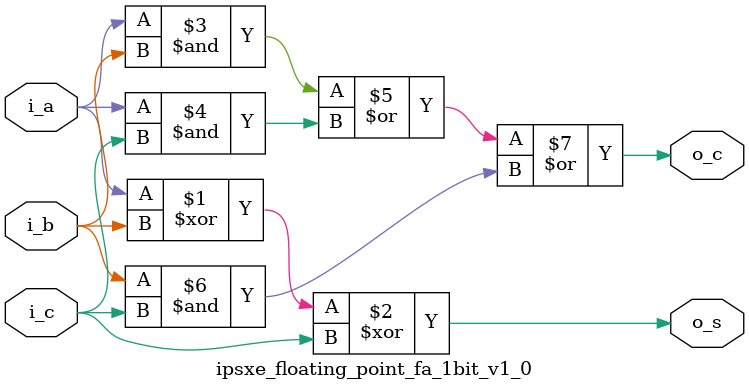
<source format=v>
module ipsxe_floating_point_fa_1bit_v1_0
(
    input   i_a,
    input   i_b,
    input   i_c,
    output  o_c,
    output  o_s

);


	assign o_s = i_a ^ i_b ^ i_c;
	assign o_c = (i_a & i_b) | (i_a & i_c) | (i_b & i_c);

endmodule

</source>
